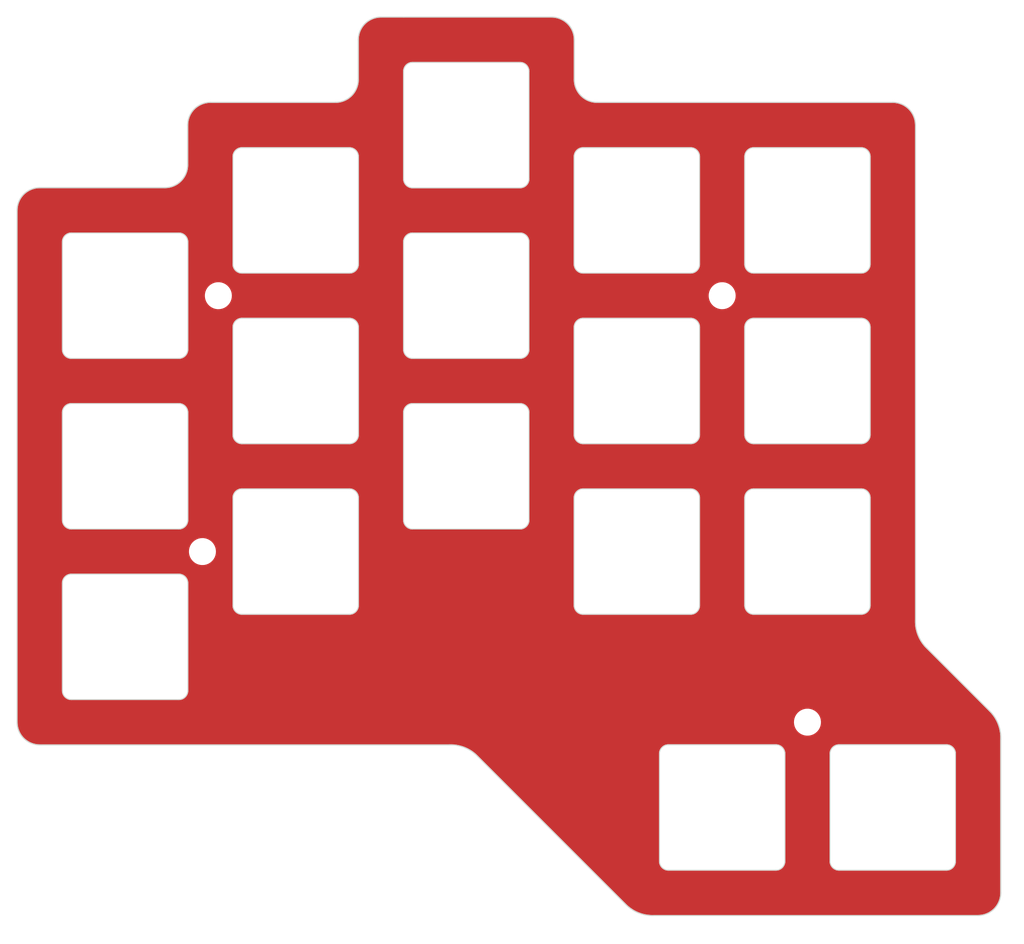
<source format=kicad_pcb>
(kicad_pcb (version 20211014) (generator pcbnew)
  (title_block (title "Pragmatic 5x6 input module") (date "2022-03-22") (rev "3") (company "James Sa"))
  (layers (0 "F.Cu" signal) (31 "B.Cu" signal) (34 "B.Paste" user) (35 "F.Paste" user) (36 "B.SilkS" user "B.Silkscreen") (37 "F.SilkS" user "F.Silkscreen") (38 "B.Mask" user) (39 "F.Mask" user) (44 "Edge.Cuts" user))
  (net 0 "")
  (footprint "Keyboard_JSA:Switch_Hole_Cutout_w_Deco" (layer "F.Cu") (at 57.15 76.2)
    (fp_text reference "SW1" hide)
    (fp_text value "SW_Push" hide)
    (fp_line (start 7 6) (end 7 -6) (layer "Edge.Cuts") (width 0.1))
    (fp_line (start -7 6) (end -7 -6) (layer "Edge.Cuts") (width 0.1))
    (fp_line (start -6 -7) (end 6 -7) (layer "Edge.Cuts") (width 0.1))
    (fp_line (start -6 7) (end 6 7) (layer "Edge.Cuts") (width 0.1))
    (fp_arc (start 6 -7) (mid 6.707107 -6.707107) (end 7 -6) (layer "Edge.Cuts") (width 0.1))
    (fp_arc (start -7 -6) (mid -6.707107 -6.707107) (end -6 -7) (layer "Edge.Cuts") (width 0.1))
    (fp_arc (start 7 6) (mid 6.707107 6.707107) (end 6 7) (layer "Edge.Cuts") (width 0.1))
    (fp_arc (start -6 7) (mid -6.707107 6.707107) (end -7 6) (layer "Edge.Cuts") (width 0.1))
  )
  (footprint "Keyboard_JSA:Switch_Hole_Cutout_w_Deco" (layer "F.Cu") (at 57.15 95.25)
    (fp_text reference "SW7" hide)
    (fp_text value "SW_Push" hide)
    (fp_line (start 7 6) (end 7 -6) (layer "Edge.Cuts") (width 0.1))
    (fp_line (start -7 6) (end -7 -6) (layer "Edge.Cuts") (width 0.1))
    (fp_line (start -6 7) (end 6 7) (layer "Edge.Cuts") (width 0.1))
    (fp_line (start -6 -7) (end 6 -7) (layer "Edge.Cuts") (width 0.1))
    (fp_arc (start 6 -7) (mid 6.707107 -6.707107) (end 7 -6) (layer "Edge.Cuts") (width 0.1))
    (fp_arc (start -6 7) (mid -6.707107 6.707107) (end -7 6) (layer "Edge.Cuts") (width 0.1))
    (fp_arc (start 7 6) (mid 6.707107 6.707107) (end 6 7) (layer "Edge.Cuts") (width 0.1))
    (fp_arc (start -7 -6) (mid -6.707107 -6.707107) (end -6 -7) (layer "Edge.Cuts") (width 0.1))
  )
  (footprint "Keyboard_JSA:Switch_Hole_Cutout_w_Deco" (layer "F.Cu") (at 76.2 85.725)
    (fp_text reference "SW8" hide)
    (fp_text value "SW_Push" hide)
    (fp_line (start -6 7) (end 6 7) (layer "Edge.Cuts") (width 0.1))
    (fp_line (start -7 6) (end -7 -6) (layer "Edge.Cuts") (width 0.1))
    (fp_line (start 7 6) (end 7 -6) (layer "Edge.Cuts") (width 0.1))
    (fp_line (start -6 -7) (end 6 -7) (layer "Edge.Cuts") (width 0.1))
    (fp_arc (start -6 7) (mid -6.707107 6.707107) (end -7 6) (layer "Edge.Cuts") (width 0.1))
    (fp_arc (start 7 6) (mid 6.707107 6.707107) (end 6 7) (layer "Edge.Cuts") (width 0.1))
    (fp_arc (start -7 -6) (mid -6.707107 -6.707107) (end -6 -7) (layer "Edge.Cuts") (width 0.1))
    (fp_arc (start 6 -7) (mid 6.707107 -6.707107) (end 7 -6) (layer "Edge.Cuts") (width 0.1))
  )
  (footprint "Keyboard_JSA:Switch_Hole_Cutout_w_Deco" (layer "F.Cu") (at 76.2 66.675)
    (fp_text reference "SW2" hide)
    (fp_text value "SW_Push" hide)
    (fp_line (start -6 -7) (end 6 -7) (layer "Edge.Cuts") (width 0.1))
    (fp_line (start -7 6) (end -7 -6) (layer "Edge.Cuts") (width 0.1))
    (fp_line (start -6 7) (end 6 7) (layer "Edge.Cuts") (width 0.1))
    (fp_line (start 7 6) (end 7 -6) (layer "Edge.Cuts") (width 0.1))
    (fp_arc (start -6 7) (mid -6.707107 6.707107) (end -7 6) (layer "Edge.Cuts") (width 0.1))
    (fp_arc (start -7 -6) (mid -6.707107 -6.707107) (end -6 -7) (layer "Edge.Cuts") (width 0.1))
    (fp_arc (start 7 6) (mid 6.707107 6.707107) (end 6 7) (layer "Edge.Cuts") (width 0.1))
    (fp_arc (start 6 -7) (mid 6.707107 -6.707107) (end 7 -6) (layer "Edge.Cuts") (width 0.1))
  )
  (footprint "Keyboard_JSA:Switch_Hole_Cutout_w_Deco" (layer "F.Cu") (at 95.25 57.15)
    (fp_text reference "SW3" hide)
    (fp_text value "SW_Push" hide)
    (fp_line (start -6 -7) (end 6 -7) (layer "Edge.Cuts") (width 0.1))
    (fp_line (start -7 6) (end -7 -6) (layer "Edge.Cuts") (width 0.1))
    (fp_line (start 7 6) (end 7 -6) (layer "Edge.Cuts") (width 0.1))
    (fp_line (start -6 7) (end 6 7) (layer "Edge.Cuts") (width 0.1))
    (fp_arc (start -7 -6) (mid -6.707107 -6.707107) (end -6 -7) (layer "Edge.Cuts") (width 0.1))
    (fp_arc (start 7 6) (mid 6.707107 6.707107) (end 6 7) (layer "Edge.Cuts") (width 0.1))
    (fp_arc (start -6 7) (mid -6.707107 6.707107) (end -7 6) (layer "Edge.Cuts") (width 0.1))
    (fp_arc (start 6 -7) (mid 6.707107 -6.707107) (end 7 -6) (layer "Edge.Cuts") (width 0.1))
  )
  (footprint "Keyboard_JSA:Switch_Hole_Cutout_w_Deco" (layer "F.Cu") (at 114.3 66.675)
    (fp_text reference "SW4" hide)
    (fp_text value "SW_Push" hide)
    (fp_line (start -6 -7) (end 6 -7) (layer "Edge.Cuts") (width 0.1))
    (fp_line (start -7 6) (end -7 -6) (layer "Edge.Cuts") (width 0.1))
    (fp_line (start 7 6) (end 7 -6) (layer "Edge.Cuts") (width 0.1))
    (fp_line (start -6 7) (end 6 7) (layer "Edge.Cuts") (width 0.1))
    (fp_arc (start 7 6) (mid 6.707107 6.707107) (end 6 7) (layer "Edge.Cuts") (width 0.1))
    (fp_arc (start 6 -7) (mid 6.707107 -6.707107) (end 7 -6) (layer "Edge.Cuts") (width 0.1))
    (fp_arc (start -7 -6) (mid -6.707107 -6.707107) (end -6 -7) (layer "Edge.Cuts") (width 0.1))
    (fp_arc (start -6 7) (mid -6.707107 6.707107) (end -7 6) (layer "Edge.Cuts") (width 0.1))
  )
  (footprint "Keyboard_JSA:Switch_Hole_Cutout_w_Deco" (layer "F.Cu") (at 133.35 66.675)
    (fp_text reference "SW5" hide)
    (fp_text value "SW_Push" hide)
    (fp_line (start 7 6) (end 7 -6) (layer "Edge.Cuts") (width 0.1))
    (fp_line (start -6 -7) (end 6 -7) (layer "Edge.Cuts") (width 0.1))
    (fp_line (start -6 7) (end 6 7) (layer "Edge.Cuts") (width 0.1))
    (fp_line (start -7 6) (end -7 -6) (layer "Edge.Cuts") (width 0.1))
    (fp_arc (start 7 6) (mid 6.707107 6.707107) (end 6 7) (layer "Edge.Cuts") (width 0.1))
    (fp_arc (start -6 7) (mid -6.707107 6.707107) (end -7 6) (layer "Edge.Cuts") (width 0.1))
    (fp_arc (start -7 -6) (mid -6.707107 -6.707107) (end -6 -7) (layer "Edge.Cuts") (width 0.1))
    (fp_arc (start 6 -7) (mid 6.707107 -6.707107) (end 7 -6) (layer "Edge.Cuts") (width 0.1))
  )
  (footprint "Keyboard_JSA:Switch_Hole_Cutout_w_Deco" (layer "F.Cu") (at 95.25 76.2)
    (fp_text reference "SW9" hide)
    (fp_text value "SW_Push" hide)
    (fp_line (start -6 -7) (end 6 -7) (layer "Edge.Cuts") (width 0.1))
    (fp_line (start 7 6) (end 7 -6) (layer "Edge.Cuts") (width 0.1))
    (fp_line (start -7 6) (end -7 -6) (layer "Edge.Cuts") (width 0.1))
    (fp_line (start -6 7) (end 6 7) (layer "Edge.Cuts") (width 0.1))
    (fp_arc (start 6 -7) (mid 6.707107 -6.707107) (end 7 -6) (layer "Edge.Cuts") (width 0.1))
    (fp_arc (start 7 6) (mid 6.707107 6.707107) (end 6 7) (layer "Edge.Cuts") (width 0.1))
    (fp_arc (start -6 7) (mid -6.707107 6.707107) (end -7 6) (layer "Edge.Cuts") (width 0.1))
    (fp_arc (start -7 -6) (mid -6.707107 -6.707107) (end -6 -7) (layer "Edge.Cuts") (width 0.1))
  )
  (footprint "Keyboard_JSA:Switch_Hole_Cutout_w_Deco" (layer "F.Cu") (at 114.3 85.725)
    (fp_text reference "SW10" hide)
    (fp_text value "SW_Push" hide)
    (fp_line (start 7 6) (end 7 -6) (layer "Edge.Cuts") (width 0.1))
    (fp_line (start -6 -7) (end 6 -7) (layer "Edge.Cuts") (width 0.1))
    (fp_line (start -7 6) (end -7 -6) (layer "Edge.Cuts") (width 0.1))
    (fp_line (start -6 7) (end 6 7) (layer "Edge.Cuts") (width 0.1))
    (fp_arc (start -6 7) (mid -6.707107 6.707107) (end -7 6) (layer "Edge.Cuts") (width 0.1))
    (fp_arc (start -7 -6) (mid -6.707107 -6.707107) (end -6 -7) (layer "Edge.Cuts") (width 0.1))
    (fp_arc (start 6 -7) (mid 6.707107 -6.707107) (end 7 -6) (layer "Edge.Cuts") (width 0.1))
    (fp_arc (start 7 6) (mid 6.707107 6.707107) (end 6 7) (layer "Edge.Cuts") (width 0.1))
  )
  (footprint "Keyboard_JSA:Switch_Hole_Cutout_w_Deco" (layer "F.Cu") (at 133.35 85.725)
    (fp_text reference "SW11" hide)
    (fp_text value "SW_Push" hide)
    (fp_line (start -7 6) (end -7 -6) (layer "Edge.Cuts") (width 0.1))
    (fp_line (start -6 7) (end 6 7) (layer "Edge.Cuts") (width 0.1))
    (fp_line (start -6 -7) (end 6 -7) (layer "Edge.Cuts") (width 0.1))
    (fp_line (start 7 6) (end 7 -6) (layer "Edge.Cuts") (width 0.1))
    (fp_arc (start -6 7) (mid -6.707107 6.707107) (end -7 6) (layer "Edge.Cuts") (width 0.1))
    (fp_arc (start -7 -6) (mid -6.707107 -6.707107) (end -6 -7) (layer "Edge.Cuts") (width 0.1))
    (fp_arc (start 6 -7) (mid 6.707107 -6.707107) (end 7 -6) (layer "Edge.Cuts") (width 0.1))
    (fp_arc (start 7 6) (mid 6.707107 6.707107) (end 6 7) (layer "Edge.Cuts") (width 0.1))
  )
  (footprint "Keyboard_JSA:Switch_Hole_Cutout_w_Deco" (layer "F.Cu") (at 57.15 114.3)
    (fp_text reference "SW13" hide)
    (fp_text value "SW_Push" hide)
    (fp_line (start -7 6) (end -7 -6) (layer "Edge.Cuts") (width 0.1))
    (fp_line (start 7 6) (end 7 -6) (layer "Edge.Cuts") (width 0.1))
    (fp_line (start -6 7) (end 6 7) (layer "Edge.Cuts") (width 0.1))
    (fp_line (start -6 -7) (end 6 -7) (layer "Edge.Cuts") (width 0.1))
    (fp_arc (start 6 -7) (mid 6.707107 -6.707107) (end 7 -6) (layer "Edge.Cuts") (width 0.1))
    (fp_arc (start -6 7) (mid -6.707107 6.707107) (end -7 6) (layer "Edge.Cuts") (width 0.1))
    (fp_arc (start -7 -6) (mid -6.707107 -6.707107) (end -6 -7) (layer "Edge.Cuts") (width 0.1))
    (fp_arc (start 7 6) (mid 6.707107 6.707107) (end 6 7) (layer "Edge.Cuts") (width 0.1))
  )
  (footprint "Keyboard_JSA:Switch_Hole_Cutout_w_Deco" (layer "F.Cu") (at 76.2 104.775)
    (fp_text reference "SW14" hide)
    (fp_text value "SW_Push" hide)
    (fp_line (start 7 6) (end 7 -6) (layer "Edge.Cuts") (width 0.1))
    (fp_line (start -6 7) (end 6 7) (layer "Edge.Cuts") (width 0.1))
    (fp_line (start -6 -7) (end 6 -7) (layer "Edge.Cuts") (width 0.1))
    (fp_line (start -7 6) (end -7 -6) (layer "Edge.Cuts") (width 0.1))
    (fp_arc (start 6 -7) (mid 6.707107 -6.707107) (end 7 -6) (layer "Edge.Cuts") (width 0.1))
    (fp_arc (start 7 6) (mid 6.707107 6.707107) (end 6 7) (layer "Edge.Cuts") (width 0.1))
    (fp_arc (start -7 -6) (mid -6.707107 -6.707107) (end -6 -7) (layer "Edge.Cuts") (width 0.1))
    (fp_arc (start -6 7) (mid -6.707107 6.707107) (end -7 6) (layer "Edge.Cuts") (width 0.1))
  )
  (footprint "Keyboard_JSA:Switch_Hole_Cutout_w_Deco" (layer "F.Cu") (at 95.25 95.25)
    (fp_text reference "SW15" hide)
    (fp_text value "SW_Push" hide)
    (fp_line (start -6 7) (end 6 7) (layer "Edge.Cuts") (width 0.1))
    (fp_line (start -6 -7) (end 6 -7) (layer "Edge.Cuts") (width 0.1))
    (fp_line (start 7 6) (end 7 -6) (layer "Edge.Cuts") (width 0.1))
    (fp_line (start -7 6) (end -7 -6) (layer "Edge.Cuts") (width 0.1))
    (fp_arc (start 7 6) (mid 6.707107 6.707107) (end 6 7) (layer "Edge.Cuts") (width 0.1))
    (fp_arc (start -7 -6) (mid -6.707107 -6.707107) (end -6 -7) (layer "Edge.Cuts") (width 0.1))
    (fp_arc (start 6 -7) (mid 6.707107 -6.707107) (end 7 -6) (layer "Edge.Cuts") (width 0.1))
    (fp_arc (start -6 7) (mid -6.707107 6.707107) (end -7 6) (layer "Edge.Cuts") (width 0.1))
  )
  (footprint "Keyboard_JSA:Switch_Hole_Cutout_w_Deco" (layer "F.Cu") (at 114.3 104.775)
    (fp_text reference "SW16" hide)
    (fp_text value "SW_Push" hide)
    (fp_line (start -7 6) (end -7 -6) (layer "Edge.Cuts") (width 0.1))
    (fp_line (start -6 -7) (end 6 -7) (layer "Edge.Cuts") (width 0.1))
    (fp_line (start -6 7) (end 6 7) (layer "Edge.Cuts") (width 0.1))
    (fp_line (start 7 6) (end 7 -6) (layer "Edge.Cuts") (width 0.1))
    (fp_arc (start 6 -7) (mid 6.707107 -6.707107) (end 7 -6) (layer "Edge.Cuts") (width 0.1))
    (fp_arc (start -7 -6) (mid -6.707107 -6.707107) (end -6 -7) (layer "Edge.Cuts") (width 0.1))
    (fp_arc (start -6 7) (mid -6.707107 6.707107) (end -7 6) (layer "Edge.Cuts") (width 0.1))
    (fp_arc (start 7 6) (mid 6.707107 6.707107) (end 6 7) (layer "Edge.Cuts") (width 0.1))
  )
  (footprint "Keyboard_JSA:Switch_Hole_Cutout_w_Deco" (layer "F.Cu") (at 133.35 104.775)
    (fp_text reference "SW17" hide)
    (fp_text value "SW_Push" hide)
    (fp_line (start -6 -7) (end 6 -7) (layer "Edge.Cuts") (width 0.1))
    (fp_line (start -6 7) (end 6 7) (layer "Edge.Cuts") (width 0.1))
    (fp_line (start 7 6) (end 7 -6) (layer "Edge.Cuts") (width 0.1))
    (fp_line (start -7 6) (end -7 -6) (layer "Edge.Cuts") (width 0.1))
    (fp_arc (start -6 7) (mid -6.707107 6.707107) (end -7 6) (layer "Edge.Cuts") (width 0.1))
    (fp_arc (start 6 -7) (mid 6.707107 -6.707107) (end 7 -6) (layer "Edge.Cuts") (width 0.1))
    (fp_arc (start 7 6) (mid 6.707107 6.707107) (end 6 7) (layer "Edge.Cuts") (width 0.1))
    (fp_arc (start -7 -6) (mid -6.707107 -6.707107) (end -6 -7) (layer "Edge.Cuts") (width 0.1))
  )
  (footprint "Keyboard_JSA:Switch_Hole_Cutout_w_Deco" (layer "F.Cu") (at 123.825 133.35)
    (fp_text reference "SW22" hide)
    (fp_text value "SW_Push" hide)
    (fp_line (start -6 -7) (end 6 -7) (layer "Edge.Cuts") (width 0.1))
    (fp_line (start 7 6) (end 7 -6) (layer "Edge.Cuts") (width 0.1))
    (fp_line (start -6 7) (end 6 7) (layer "Edge.Cuts") (width 0.1))
    (fp_line (start -7 6) (end -7 -6) (layer "Edge.Cuts") (width 0.1))
    (fp_arc (start 7 6) (mid 6.707107 6.707107) (end 6 7) (layer "Edge.Cuts") (width 0.1))
    (fp_arc (start 6 -7) (mid 6.707107 -6.707107) (end 7 -6) (layer "Edge.Cuts") (width 0.1))
    (fp_arc (start -7 -6) (mid -6.707107 -6.707107) (end -6 -7) (layer "Edge.Cuts") (width 0.1))
    (fp_arc (start -6 7) (mid -6.707107 6.707107) (end -7 6) (layer "Edge.Cuts") (width 0.1))
  )
  (footprint "Keyboard_JSA:Switch_Hole_Cutout_w_Deco" (layer "F.Cu") (at 142.875 133.35)
    (fp_text reference "SW23" hide)
    (fp_text value "SW_Push" hide)
    (fp_line (start -6 -7) (end 6 -7) (layer "Edge.Cuts") (width 0.1))
    (fp_line (start -7 6) (end -7 -6) (layer "Edge.Cuts") (width 0.1))
    (fp_line (start -6 7) (end 6 7) (layer "Edge.Cuts") (width 0.1))
    (fp_line (start 7 6) (end 7 -6) (layer "Edge.Cuts") (width 0.1))
    (fp_arc (start 6 -7) (mid 6.707107 -6.707107) (end 7 -6) (layer "Edge.Cuts") (width 0.1))
    (fp_arc (start 7 6) (mid 6.707107 6.707107) (end 6 7) (layer "Edge.Cuts") (width 0.1))
    (fp_arc (start -7 -6) (mid -6.707107 -6.707107) (end -6 -7) (layer "Edge.Cuts") (width 0.1))
    (fp_arc (start -6 7) (mid -6.707107 6.707107) (end -7 6) (layer "Edge.Cuts") (width 0.1))
  )
  (footprint "MountingHole:MountingHole_2.5mm" (layer "F.Cu") (at 67.564 76.2)
    (fp_text reference "H1")
    (fp_text value "MountingHole")
    (pad "" np_thru_hole circle (at 0 0) (size 2.5 2.5) (drill 2.5) (layers *.Cu *.Mask))
  )
  (footprint "MountingHole:MountingHole_2.5mm" (layer "F.Cu") (at 65.786 104.775)
    (fp_text reference "H2")
    (fp_text value "MountingHole")
    (pad "" np_thru_hole circle (at 0 0) (size 2.5 2.5) (drill 2.5) (layers *.Cu *.Mask))
  )
  (footprint "MountingHole:MountingHole_2.5mm" (layer "F.Cu") (at 123.825 76.2)
    (fp_text reference "H3")
    (fp_text value "MountingHole")
    (pad "" np_thru_hole circle (at 0 0) (size 2.5 2.5) (drill 2.5) (layers *.Cu *.Mask))
  )
  (footprint "MountingHole:MountingHole_2.5mm" (layer "F.Cu") (at 133.35 123.825)
    (fp_text reference "H4")
    (fp_text value "MountingHole" hide)
    (pad "" np_thru_hole circle (at 0 0) (size 2.5 2.5) (drill 2.5) (layers *.Cu *.Mask))
  )
  (footprint "Keyboard_JSA:Pragmatic Logo" (layer "F.Cu") (at 95.25 119.38)
    (fp_text reference "REF**" hide)
    (fp_text value "logo" hide)
  )
  (gr_line (start 64.135 61.595) (end 64.135 57.15) (layer "Edge.Cuts") (width 0.12))
  (gr_arc (start 93.345 126.365) (mid 95.068342 126.660394) (end 96.52 127.635) (layer "Edge.Cuts") (width 0.12))
  (gr_arc (start 83.185 47.625) (mid 83.928949 45.828949) (end 85.725 45.085) (layer "Edge.Cuts") (width 0.12))
  (gr_line (start 107.315 52.07) (end 107.315 47.625) (layer "Edge.Cuts") (width 0.12))
  (gr_line (start 66.675 54.61) (end 80.645 54.61) (layer "Edge.Cuts") (width 0.12))
  (gr_line (start 45.085 66.675) (end 45.085 123.825) (layer "Edge.Cuts") (width 0.12))
  (gr_arc (start 109.855 54.61) (mid 108.058949 53.866051) (end 107.315 52.07) (layer "Edge.Cuts") (width 0.12))
  (gr_line (start 83.185 52.07) (end 83.185 47.625) (layer "Edge.Cuts") (width 0.12))
  (gr_arc (start 146.685 115.57) (mid 145.710394 114.118342) (end 145.415 112.395) (layer "Edge.Cuts") (width 0.12))
  (gr_line (start 153.67 122.555) (end 146.685 115.57) (layer "Edge.Cuts") (width 0.12))
  (gr_arc (start 104.775 45.085) (mid 106.571051 45.828949) (end 107.315 47.625) (layer "Edge.Cuts") (width 0.12))
  (gr_arc (start 47.625 126.365) (mid 45.828949 125.621051) (end 45.085 123.825) (layer "Edge.Cuts") (width 0.12))
  (gr_arc (start 45.085 66.675) (mid 45.828949 64.878949) (end 47.625 64.135) (layer "Edge.Cuts") (width 0.12))
  (gr_arc (start 142.875 54.61) (mid 144.671051 55.353949) (end 145.415 57.15) (layer "Edge.Cuts") (width 0.12))
  (gr_line (start 85.725 45.085) (end 88.265 45.085) (layer "Edge.Cuts") (width 0.12))
  (gr_line (start 109.855 54.61) (end 142.875 54.61) (layer "Edge.Cuts") (width 0.12))
  (gr_line (start 93.345 126.365) (end 47.625 126.365) (layer "Edge.Cuts") (width 0.12))
  (gr_arc (start 64.135 61.595) (mid 63.391051 63.391051) (end 61.595 64.135) (layer "Edge.Cuts") (width 0.12))
  (gr_arc (start 154.94 142.875) (mid 154.196051 144.671051) (end 152.4 145.415) (layer "Edge.Cuts") (width 0.12))
  (gr_line (start 154.94 125.73) (end 154.94 142.875) (layer "Edge.Cuts") (width 0.12))
  (gr_line (start 47.625 64.135) (end 61.595 64.135) (layer "Edge.Cuts") (width 0.12))
  (gr_arc (start 116.205 145.415) (mid 114.481658 145.119606) (end 113.03 144.145) (layer "Edge.Cuts") (width 0.12))
  (gr_line (start 104.775 45.085) (end 88.265 45.085) (layer "Edge.Cuts") (width 0.12))
  (gr_line (start 152.4 145.415) (end 116.205 145.415) (layer "Edge.Cuts") (width 0.12))
  (gr_arc (start 64.135 57.15) (mid 64.878949 55.353949) (end 66.675 54.61) (layer "Edge.Cuts") (width 0.12))
  (gr_arc (start 83.185 52.07) (mid 82.441051 53.866051) (end 80.645 54.61) (layer "Edge.Cuts") (width 0.12))
  (gr_line (start 96.52 127.635) (end 113.03 144.145) (layer "Edge.Cuts") (width 0.12))
  (gr_arc (start 153.67 122.555) (mid 154.644605 124.006658) (end 154.94 125.73) (layer "Edge.Cuts") (width 0.12))
  (gr_line (start 145.415 112.395) (end 145.415 57.15) (layer "Edge.Cuts") (width 0.12))
  (gr_text "김" (at 68.58 93.98) (layer "B.SilkS") (effects (font (size 1 1)) (justify mirror)))
  (gr_text "김" (at 67.31 94.615) (layer "B.SilkS") (effects (font (size 1.5 1.5)) (justify mirror)))
  (zone (net 0) (net_name "") (layer "F.Cu") (connect_pads (clearance 0)) (min_thickness 0.254) (fill yes (thermal_gap 0.508) (thermal_bridge_width 0.508))
    (polygon (pts (xy 157.48 148.59) (xy 43.18 148.59) (xy 43.18 43.18) (xy 157.48 43.18)))
  )
)
</source>
